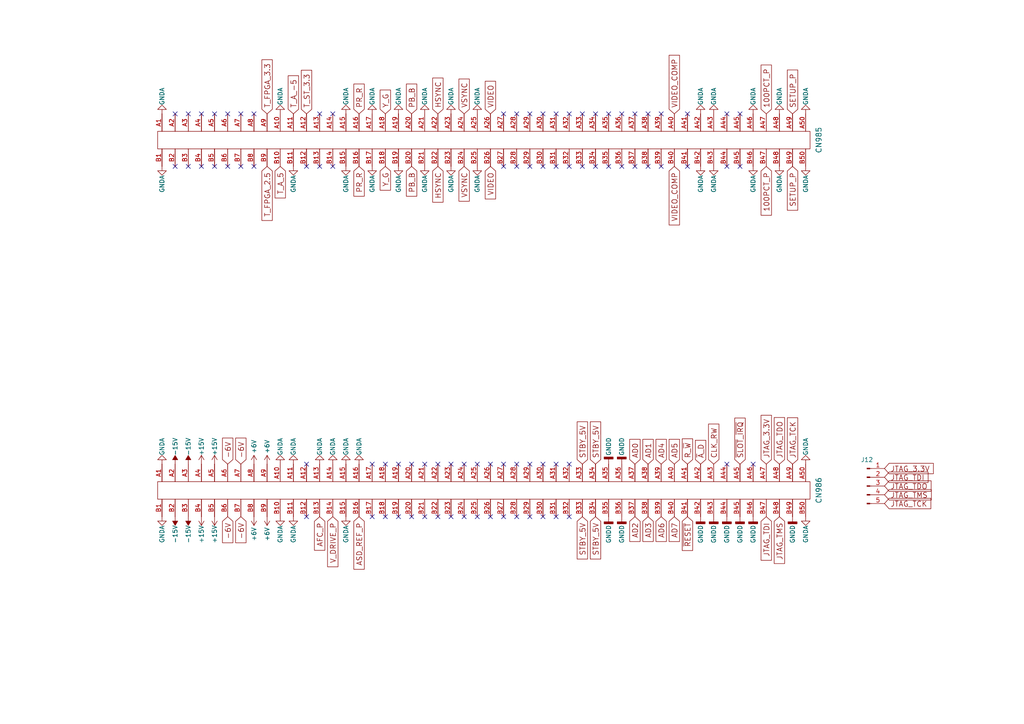
<source format=kicad_sch>
(kicad_sch (version 20211123) (generator eeschema)
  (paper "A4")
  (title_block (title "BKM-68X Alternative") (rev "F") (company "L33T TEK") (comment 1 "Martin Hejnfelt") (comment 2 "martin@hejnfelt.com") (comment 3 "www.immerhax.com"))
  (lib_symbols
    (symbol "bkm-68x-simple-rescue:Conn_01x05_Male" (pin_names (offset 1.016) hide)
      (property "Reference" "J" (at 0 7.62 0))
      (property "Value" "Conn_01x05_Male" (at 0 -7.62 0))
      (symbol "Conn_01x05_Male_1_1"
        (polyline (pts (xy 1.27 -5.08) (xy 0.8636 -5.08)) (stroke (width 0.1524)))
        (polyline (pts (xy 1.27 -2.54) (xy 0.8636 -2.54)) (stroke (width 0.1524)))
        (polyline (pts (xy 1.27 0) (xy 0.8636 0)) (stroke (width 0.1524)))
        (polyline (pts (xy 1.27 2.54) (xy 0.8636 2.54)) (stroke (width 0.1524)))
        (polyline (pts (xy 1.27 5.08) (xy 0.8636 5.08)) (stroke (width 0.1524)))
        (rectangle (start 0.8636 -4.953) (end 0 -5.207) (stroke (width 0.1524)) (fill (type outline)))
        (rectangle (start 0.8636 -2.413) (end 0 -2.667) (stroke (width 0.1524)) (fill (type outline)))
        (rectangle (start 0.8636 0.127) (end 0 -0.127) (stroke (width 0.1524)) (fill (type outline)))
        (rectangle (start 0.8636 2.667) (end 0 2.413) (stroke (width 0.1524)) (fill (type outline)))
        (rectangle (start 0.8636 5.207) (end 0 4.953) (stroke (width 0.1524)) (fill (type outline)))
        (pin passive line (at 5.08 5.08 180) (length 3.81) (name "Pin_1") (number "1"))
        (pin passive line (at 5.08 2.54 180) (length 3.81) (name "Pin_2") (number "2"))
        (pin passive line (at 5.08 0 180) (length 3.81) (name "Pin_3") (number "3"))
        (pin passive line (at 5.08 -2.54 180) (length 3.81) (name "Pin_4") (number "4"))
        (pin passive line (at 5.08 -5.08 180) (length 3.81) (name "Pin_5") (number "5"))
      )
    )
    (symbol "mezz-conn-02x50:mezz-conn-02x50" (pin_names (offset 1.016))
      (property "Reference" "J" (at 100.33 0 90))
      (property "Value" "mezz-conn-02x50" (at -93.98 0 90))
      (symbol "mezz-conn-02x50_0_1"
        (rectangle (start -91.44 2.54) (end 97.79 -2.54))
      )
      (symbol "mezz-conn-02x50_1_1"
        (pin bidirectional line (at -90.17 7.62 270) (length 5.08) (name "~") (number "A1"))
        (pin bidirectional line (at -55.88 7.62 270) (length 5.08) (name "~") (number "A10"))
        (pin bidirectional line (at -52.07 7.62 270) (length 5.08) (name "~") (number "A11"))
        (pin bidirectional line (at -48.26 7.62 270) (length 5.08) (name "~") (number "A12"))
        (pin bidirectional line (at -44.45 7.62 270) (length 5.08) (name "~") (number "A13"))
        (pin bidirectional line (at -40.64 7.62 270) (length 5.08) (name "~") (number "A14"))
        (pin bidirectional line (at -36.83 7.62 270) (length 5.08) (name "~") (number "A15"))
        (pin bidirectional line (at -33.02 7.62 270) (length 5.08) (name "~") (number "A16"))
        (pin bidirectional line (at -29.21 7.62 270) (length 5.08) (name "~") (number "A17"))
        (pin bidirectional line (at -25.4 7.62 270) (length 5.08) (name "~") (number "A18"))
        (pin bidirectional line (at -21.59 7.62 270) (length 5.08) (name "~") (number "A19"))
        (pin bidirectional line (at -86.36 7.62 270) (length 5.08) (name "~") (number "A2"))
        (pin bidirectional line (at -17.78 7.62 270) (length 5.08) (name "~") (number "A20"))
        (pin bidirectional line (at -13.97 7.62 270) (length 5.08) (name "~") (number "A21"))
        (pin bidirectional line (at -10.16 7.62 270) (length 5.08) (name "~") (number "A22"))
        (pin bidirectional line (at -6.35 7.62 270) (length 5.08) (name "~") (number "A23"))
        (pin bidirectional line (at -2.54 7.62 270) (length 5.08) (name "~") (number "A24"))
        (pin bidirectional line (at 1.27 7.62 270) (length 5.08) (name "~") (number "A25"))
        (pin bidirectional line (at 5.08 7.62 270) (length 5.08) (name "~") (number "A26"))
        (pin bidirectional line (at 8.89 7.62 270) (length 5.08) (name "~") (number "A27"))
        (pin bidirectional line (at 12.7 7.62 270) (length 5.08) (name "~") (number "A28"))
        (pin bidirectional line (at 16.51 7.62 270) (length 5.08) (name "~") (number "A29"))
        (pin bidirectional line (at -82.55 7.62 270) (length 5.08) (name "~") (number "A3"))
        (pin bidirectional line (at 20.32 7.62 270) (length 5.08) (name "~") (number "A30"))
        (pin bidirectional line (at 24.13 7.62 270) (length 5.08) (name "~") (number "A31"))
        (pin bidirectional line (at 27.94 7.62 270) (length 5.08) (name "~") (number "A32"))
        (pin bidirectional line (at 31.75 7.62 270) (length 5.08) (name "~") (number "A33"))
        (pin bidirectional line (at 35.56 7.62 270) (length 5.08) (name "~") (number "A34"))
        (pin bidirectional line (at 39.37 7.62 270) (length 5.08) (name "~") (number "A35"))
        (pin bidirectional line (at 43.18 7.62 270) (length 5.08) (name "~") (number "A36"))
        (pin bidirectional line (at 46.99 7.62 270) (length 5.08) (name "~") (number "A37"))
        (pin bidirectional line (at 50.8 7.62 270) (length 5.08) (name "~") (number "A38"))
        (pin bidirectional line (at 54.61 7.62 270) (length 5.08) (name "~") (number "A39"))
        (pin bidirectional line (at -78.74 7.62 270) (length 5.08) (name "~") (number "A4"))
        (pin bidirectional line (at 58.42 7.62 270) (length 5.08) (name "~") (number "A40"))
        (pin bidirectional line (at 62.23 7.62 270) (length 5.08) (name "~") (number "A41"))
        (pin bidirectional line (at 66.04 7.62 270) (length 5.08) (name "~") (number "A42"))
        (pin bidirectional line (at 69.85 7.62 270) (length 5.08) (name "~") (number "A43"))
        (pin bidirectional line (at 73.66 7.62 270) (length 5.08) (name "~") (number "A44"))
        (pin bidirectional line (at 77.47 7.62 270) (length 5.08) (name "~") (number "A45"))
        (pin bidirectional line (at 81.28 7.62 270) (length 5.08) (name "~") (number "A46"))
        (pin bidirectional line (at 85.09 7.62 270) (length 5.08) (name "~") (number "A47"))
        (pin bidirectional line (at 88.9 7.62 270) (length 5.08) (name "~") (number "A48"))
        (pin bidirectional line (at 92.71 7.62 270) (length 5.08) (name "~") (number "A49"))
        (pin bidirectional line (at -74.93 7.62 270) (length 5.08) (name "~") (number "A5"))
        (pin bidirectional line (at 96.52 7.62 270) (length 5.08) (name "~") (number "A50"))
        (pin bidirectional line (at -71.12 7.62 270) (length 5.08) (name "~") (number "A6"))
        (pin bidirectional line (at -67.31 7.62 270) (length 5.08) (name "~") (number "A7"))
        (pin bidirectional line (at -63.5 7.62 270) (length 5.08) (name "~") (number "A8"))
        (pin bidirectional line (at -59.69 7.62 270) (length 5.08) (name "~") (number "A9"))
        (pin bidirectional line (at -90.17 -7.62 90) (length 5.08) (name "~") (number "B1"))
        (pin bidirectional line (at -55.88 -7.62 90) (length 5.08) (name "~") (number "B10"))
        (pin bidirectional line (at -52.07 -7.62 90) (length 5.08) (name "~") (number "B11"))
        (pin bidirectional line (at -48.26 -7.62 90) (length 5.08) (name "~") (number "B12"))
        (pin bidirectional line (at -44.45 -7.62 90) (length 5.08) (name "~") (number "B13"))
        (pin bidirectional line (at -40.64 -7.62 90) (length 5.08) (name "~") (number "B14"))
        (pin bidirectional line (at -36.83 -7.62 90) (length 5.08) (name "~") (number "B15"))
        (pin bidirectional line (at -33.02 -7.62 90) (length 5.08) (name "~") (number "B16"))
        (pin bidirectional line (at -29.21 -7.62 90) (length 5.08) (name "~") (number "B17"))
        (pin bidirectional line (at -25.4 -7.62 90) (length 5.08) (name "~") (number "B18"))
        (pin bidirectional line (at -21.59 -7.62 90) (length 5.08) (name "~") (number "B19"))
        (pin bidirectional line (at -86.36 -7.62 90) (length 5.08) (name "~") (number "B2"))
        (pin bidirectional line (at -17.78 -7.62 90) (length 5.08) (name "~") (number "B20"))
        (pin bidirectional line (at -13.97 -7.62 90) (length 5.08) (name "~") (number "B21"))
        (pin bidirectional line (at -10.16 -7.62 90) (length 5.08) (name "~") (number "B22"))
        (pin bidirectional line (at -6.35 -7.62 90) (length 5.08) (name "~") (number "B23"))
        (pin bidirectional line (at -2.54 -7.62 90) (length 5.08) (name "~") (number "B24"))
        (pin bidirectional line (at 1.27 -7.62 90) (length 5.08) (name "~") (number "B25"))
        (pin bidirectional line (at 5.08 -7.62 90) (length 5.08) (name "~") (number "B26"))
        (pin bidirectional line (at 8.89 -7.62 90) (length 5.08) (name "~") (number "B27"))
        (pin bidirectional line (at 12.7 -7.62 90) (length 5.08) (name "~") (number "B28"))
        (pin bidirectional line (at 16.51 -7.62 90) (length 5.08) (name "~") (number "B29"))
        (pin bidirectional line (at -82.55 -7.62 90) (length 5.08) (name "~") (number "B3"))
        (pin bidirectional line (at 20.32 -7.62 90) (length 5.08) (name "~") (number "B30"))
        (pin bidirectional line (at 24.13 -7.62 90) (length 5.08) (name "~") (number "B31"))
        (pin bidirectional line (at 27.94 -7.62 90) (length 5.08) (name "~") (number "B32"))
        (pin bidirectional line (at 31.75 -7.62 90) (length 5.08) (name "~") (number "B33"))
        (pin bidirectional line (at 35.56 -7.62 90) (length 5.08) (name "~") (number "B34"))
        (pin bidirectional line (at 39.37 -7.62 90) (length 5.08) (name "~") (number "B35"))
        (pin bidirectional line (at 43.18 -7.62 90) (length 5.08) (name "~") (number "B36"))
        (pin bidirectional line (at 46.99 -7.62 90) (length 5.08) (name "~") (number "B37"))
        (pin bidirectional line (at 50.8 -7.62 90) (length 5.08) (name "~") (number "B38"))
        (pin bidirectional line (at 54.61 -7.62 90) (length 5.08) (name "~") (number "B39"))
        (pin bidirectional line (at -78.74 -7.62 90) (length 5.08) (name "~") (number "B4"))
        (pin bidirectional line (at 58.42 -7.62 90) (length 5.08) (name "~") (number "B40"))
        (pin bidirectional line (at 62.23 -7.62 90) (length 5.08) (name "~") (number "B41"))
        (pin bidirectional line (at 66.04 -7.62 90) (length 5.08) (name "~") (number "B42"))
        (pin bidirectional line (at 69.85 -7.62 90) (length 5.08) (name "~") (number "B43"))
        (pin bidirectional line (at 73.66 -7.62 90) (length 5.08) (name "~") (number "B44"))
        (pin bidirectional line (at 77.47 -7.62 90) (length 5.08) (name "~") (number "B45"))
        (pin bidirectional line (at 81.28 -7.62 90) (length 5.08) (name "~") (number "B46"))
        (pin bidirectional line (at 85.09 -7.62 90) (length 5.08) (name "~") (number "B47"))
        (pin bidirectional line (at 88.9 -7.62 90) (length 5.08) (name "~") (number "B48"))
        (pin bidirectional line (at 92.71 -7.62 90) (length 5.08) (name "~") (number "B49"))
        (pin bidirectional line (at -74.93 -7.62 90) (length 5.08) (name "~") (number "B5"))
        (pin bidirectional line (at 96.52 -7.62 90) (length 5.08) (name "~") (number "B50"))
        (pin bidirectional line (at -71.12 -7.62 90) (length 5.08) (name "~") (number "B6"))
        (pin bidirectional line (at -67.31 -7.62 90) (length 5.08) (name "~") (number "B7"))
        (pin bidirectional line (at -63.5 -7.62 90) (length 5.08) (name "~") (number "B8"))
        (pin bidirectional line (at -59.69 -7.62 90) (length 5.08) (name "~") (number "B9"))
      )
    )
    (symbol "power:+15V" (power) (pin_names (offset 0))
      (property "Value" "+15V" (at 0 3.556 0))
      (symbol "+15V_0_1"
        (polyline (pts (xy -0.762 1.27) (xy 0 2.54)))
        (polyline (pts (xy 0 0) (xy 0 2.54)))
        (polyline (pts (xy 0 2.54) (xy 0.762 1.27)))
      )
      (symbol "+15V_1_1"
        (pin power_in line (at 0 0 90) (length 0) hide (name "+15V") (number "1"))
      )
    )
    (symbol "power:+6V" (power) (pin_names (offset 0))
      (property "Value" "+6V" (at 0 3.556 0))
      (symbol "+6V_0_1"
        (polyline (pts (xy -0.762 1.27) (xy 0 2.54)))
        (polyline (pts (xy 0 0) (xy 0 2.54)))
        (polyline (pts (xy 0 2.54) (xy 0.762 1.27)))
      )
      (symbol "+6V_1_1"
        (pin power_in line (at 0 0 90) (length 0) hide (name "+6V") (number "1"))
      )
    )
    (symbol "power:-15V" (power) (pin_names (offset 0))
      (property "Value" "-15V" (at 0 3.81 0))
      (symbol "-15V_0_0"
        (pin power_in line (at 0 0 90) (length 0) hide (name "-15V") (number "1"))
      )
      (symbol "-15V_0_1"
        (polyline (pts (xy 0 0) (xy 0 1.27) (xy 0.762 1.27) (xy 0 2.54) (xy -0.762 1.27) (xy 0 1.27)) (fill (type outline)))
      )
    )
    (symbol "power:GNDA" (power) (pin_names (offset 0))
      (property "Value" "GNDA" (at 0 -3.81 0))
      (symbol "GNDA_0_1"
        (polyline (pts (xy 0 0) (xy 0 -1.27) (xy 1.27 -1.27) (xy 0 -2.54) (xy -1.27 -1.27) (xy 0 -1.27)))
      )
      (symbol "GNDA_1_1"
        (pin power_in line (at 0 0 270) (length 0) hide (name "GNDA") (number "1"))
      )
    )
    (symbol "power:GNDD" (power) (pin_names (offset 0))
      (property "Value" "GNDD" (at 0 -3.175 0))
      (symbol "GNDD_0_1"
        (rectangle (start -1.27 -1.524) (end 1.27 -2.032) (stroke (width 0.254)) (fill (type outline)))
        (polyline (pts (xy 0 0) (xy 0 -1.524)))
      )
      (symbol "GNDD_1_1"
        (pin power_in line (at 0 0 270) (length 0) hide (name "GNDD") (number "1"))
      )
    )
  )
  (no_connect (at 111.76 149.86))
  (no_connect (at 88.9 134.62))
  (no_connect (at 157.48 33.02))
  (no_connect (at 92.71 48.26))
  (no_connect (at 149.86 134.62))
  (no_connect (at 69.85 48.26))
  (no_connect (at 62.23 48.26))
  (no_connect (at 58.42 33.02))
  (no_connect (at 218.44 134.62))
  (no_connect (at 161.29 134.62))
  (no_connect (at 180.34 48.26))
  (no_connect (at 214.63 33.02))
  (no_connect (at 142.24 149.86))
  (no_connect (at 172.72 33.02))
  (no_connect (at 210.82 33.02))
  (no_connect (at 199.39 48.26))
  (no_connect (at 180.34 33.02))
  (no_connect (at 66.04 33.02))
  (no_connect (at 134.62 149.86))
  (no_connect (at 123.19 134.62))
  (no_connect (at 199.39 33.02))
  (no_connect (at 149.86 33.02))
  (no_connect (at 54.61 48.26))
  (no_connect (at 88.9 48.26))
  (no_connect (at 157.48 48.26))
  (no_connect (at 210.82 48.26))
  (no_connect (at 172.72 48.26))
  (no_connect (at 54.61 33.02))
  (no_connect (at 184.15 48.26))
  (no_connect (at 115.57 149.86))
  (no_connect (at 165.1 33.02))
  (no_connect (at 157.48 134.62))
  (no_connect (at 138.43 149.86))
  (no_connect (at 165.1 48.26))
  (no_connect (at 165.1 134.62))
  (no_connect (at 161.29 33.02))
  (no_connect (at 96.52 48.26))
  (no_connect (at 187.96 48.26))
  (no_connect (at 153.67 149.86))
  (no_connect (at 138.43 134.62))
  (no_connect (at 107.95 149.86))
  (no_connect (at 187.96 33.02))
  (no_connect (at 123.19 149.86))
  (no_connect (at 191.77 48.26))
  (no_connect (at 62.23 33.02))
  (no_connect (at 111.76 134.62))
  (no_connect (at 176.53 48.26))
  (no_connect (at 92.71 33.02))
  (no_connect (at 50.8 33.02))
  (no_connect (at 50.8 48.26))
  (no_connect (at 153.67 134.62))
  (no_connect (at 146.05 33.02))
  (no_connect (at 142.24 134.62))
  (no_connect (at 153.67 48.26))
  (no_connect (at 153.67 33.02))
  (no_connect (at 96.52 33.02))
  (no_connect (at 176.53 33.02))
  (no_connect (at 73.66 48.26))
  (no_connect (at 134.62 134.62))
  (no_connect (at 149.86 48.26))
  (no_connect (at 146.05 149.86))
  (no_connect (at 168.91 48.26))
  (no_connect (at 146.05 134.62))
  (no_connect (at 69.85 33.02))
  (no_connect (at 210.82 134.62))
  (no_connect (at 127 149.86))
  (no_connect (at 119.38 134.62))
  (no_connect (at 119.38 149.86))
  (no_connect (at 88.9 149.86))
  (no_connect (at 73.66 33.02))
  (no_connect (at 184.15 33.02))
  (no_connect (at 214.63 48.26))
  (no_connect (at 165.1 149.86))
  (no_connect (at 191.77 33.02))
  (no_connect (at 149.86 149.86))
  (no_connect (at 130.81 134.62))
  (no_connect (at 58.42 48.26))
  (no_connect (at 66.04 48.26))
  (no_connect (at 168.91 33.02))
  (no_connect (at 157.48 149.86))
  (no_connect (at 107.95 134.62))
  (no_connect (at 146.05 48.26))
  (no_connect (at 127 134.62))
  (no_connect (at 115.57 134.62))
  (no_connect (at 130.81 149.86))
  (no_connect (at 161.29 149.86))
  (no_connect (at 161.29 48.26))
  (global_label "VIDEO_COMP" (shape input) (at 195.58 48.26 270) (effects (font (size 1.524 1.524))) (property "Intersheet References" "${INTERSHEET_REFS}" (effects hide)))
  (global_label "VIDEO" (shape input) (at 142.24 48.26 270) (effects (font (size 1.524 1.524))) (property "Intersheet References" "${INTERSHEET_REFS}" (effects hide)))
  (global_label "STBY_5V" (shape input) (at 168.91 134.62 90) (effects (font (size 1.524 1.524))) (property "Intersheet References" "${INTERSHEET_REFS}" (effects hide)))
  (global_label "Y_G" (shape input) (at 111.76 33.02 90) (effects (font (size 1.524 1.524))) (property "Intersheet References" "${INTERSHEET_REFS}" (effects hide)))
  (global_label "~{SLOT}_~{IRQ}" (shape input) (at 214.63 134.62 90) (effects (font (size 1.524 1.524))) (property "Intersheet References" "${INTERSHEET_REFS}" (effects hide)))
  (global_label "~{RESET}" (shape input) (at 199.39 149.86 270) (effects (font (size 1.524 1.524))) (property "Intersheet References" "${INTERSHEET_REFS}" (effects hide)))
  (global_label "HSYNC" (shape input) (at 127 33.02 90) (effects (font (size 1.524 1.524))) (property "Intersheet References" "${INTERSHEET_REFS}" (effects hide)))
  (global_label "-6V" (shape input) (at 69.85 134.62 90) (effects (font (size 1.524 1.524))) (property "Intersheet References" "${INTERSHEET_REFS}" (effects hide)))
  (global_label "STBY_5V" (shape input) (at 172.72 149.86 270) (effects (font (size 1.524 1.524))) (property "Intersheet References" "${INTERSHEET_REFS}" (effects hide)))
  (global_label "SETUP_P" (shape input) (at 229.87 48.26 270) (effects (font (size 1.524 1.524))) (property "Intersheet References" "${INTERSHEET_REFS}" (effects hide)))
  (global_label "T_A_5" (shape input) (at 81.28 48.26 270) (effects (font (size 1.524 1.524))) (property "Intersheet References" "${INTERSHEET_REFS}" (effects hide)))
  (global_label "T_FPGA_3.3" (shape input) (at 77.47 33.02 90) (effects (font (size 1.524 1.524))) (property "Intersheet References" "${INTERSHEET_REFS}" (effects hide)))
  (global_label "Y_G" (shape input) (at 111.76 48.26 270) (effects (font (size 1.524 1.524))) (property "Intersheet References" "${INTERSHEET_REFS}" (effects hide)))
  (global_label "JTAG_TCK" (shape input) (at 229.87 134.62 90) (effects (font (size 1.524 1.524))) (property "Intersheet References" "${INTERSHEET_REFS}" (effects hide)))
  (global_label "AD0" (shape input) (at 184.15 134.62 90) (effects (font (size 1.524 1.524))) (property "Intersheet References" "${INTERSHEET_REFS}" (effects hide)))
  (global_label "PB_B" (shape input) (at 119.38 33.02 90) (effects (font (size 1.524 1.524))) (property "Intersheet References" "${INTERSHEET_REFS}" (effects hide)))
  (global_label "PR_R" (shape input) (at 104.14 48.26 270) (effects (font (size 1.524 1.524))) (property "Intersheet References" "${INTERSHEET_REFS}" (effects hide)))
  (global_label "ASD_REF_P" (shape input) (at 104.14 149.86 270) (effects (font (size 1.524 1.524))) (property "Intersheet References" "${INTERSHEET_REFS}" (effects hide)))
  (global_label "STBY_5V" (shape input) (at 172.72 134.62 90) (effects (font (size 1.524 1.524))) (property "Intersheet References" "${INTERSHEET_REFS}" (effects hide)))
  (global_label "AFC_P" (shape input) (at 92.71 149.86 270) (effects (font (size 1.524 1.524))) (property "Intersheet References" "${INTERSHEET_REFS}" (effects hide)))
  (global_label "SETUP_P" (shape input) (at 229.87 33.02 90) (effects (font (size 1.524 1.524))) (property "Intersheet References" "${INTERSHEET_REFS}" (effects hide)))
  (global_label "JTAG_TCK" (shape input) (at 256.54 146.05 0) (effects (font (size 1.524 1.524))) (property "Intersheet References" "${INTERSHEET_REFS}" (effects hide)))
  (global_label "T_ST_3.3" (shape input) (at 88.9 33.02 90) (effects (font (size 1.524 1.524))) (property "Intersheet References" "${INTERSHEET_REFS}" (effects hide)))
  (global_label "-6V" (shape input) (at 69.85 149.86 270) (effects (font (size 1.524 1.524))) (property "Intersheet References" "${INTERSHEET_REFS}" (effects hide)))
  (global_label "AD5" (shape input) (at 195.58 134.62 90) (effects (font (size 1.524 1.524))) (property "Intersheet References" "${INTERSHEET_REFS}" (effects hide)))
  (global_label "AD4" (shape input) (at 191.77 134.62 90) (effects (font (size 1.524 1.524))) (property "Intersheet References" "${INTERSHEET_REFS}" (effects hide)))
  (global_label "JTAG_TDI" (shape input) (at 256.54 138.43 0) (effects (font (size 1.524 1.524))) (property "Intersheet References" "${INTERSHEET_REFS}" (effects hide)))
  (global_label "PR_R" (shape input) (at 104.14 33.02 90) (effects (font (size 1.524 1.524))) (property "Intersheet References" "${INTERSHEET_REFS}" (effects hide)))
  (global_label "VSYNC" (shape input) (at 134.62 48.26 270) (effects (font (size 1.524 1.524))) (property "Intersheet References" "${INTERSHEET_REFS}" (effects hide)))
  (global_label "V_DRIVE_P" (shape input) (at 96.52 149.86 270) (effects (font (size 1.524 1.524))) (property "Intersheet References" "${INTERSHEET_REFS}" (effects hide)))
  (global_label "STBY_5V" (shape input) (at 168.91 149.86 270) (effects (font (size 1.524 1.524))) (property "Intersheet References" "${INTERSHEET_REFS}" (effects hide)))
  (global_label "100PCT_P" (shape input) (at 222.25 48.26 270) (effects (font (size 1.524 1.524))) (property "Intersheet References" "${INTERSHEET_REFS}" (effects hide)))
  (global_label "JTAG_TDO" (shape input) (at 256.54 140.97 0) (effects (font (size 1.524 1.524))) (property "Intersheet References" "${INTERSHEET_REFS}" (effects hide)))
  (global_label "VIDEO" (shape input) (at 142.24 33.02 90) (effects (font (size 1.524 1.524))) (property "Intersheet References" "${INTERSHEET_REFS}" (effects hide)))
  (global_label "T_A_-5" (shape input) (at 85.09 33.02 90) (effects (font (size 1.524 1.524))) (property "Intersheet References" "${INTERSHEET_REFS}" (effects hide)))
  (global_label "AD2" (shape input) (at 184.15 149.86 270) (effects (font (size 1.524 1.524))) (property "Intersheet References" "${INTERSHEET_REFS}" (effects hide)))
  (global_label "-6V" (shape input) (at 66.04 149.86 270) (effects (font (size 1.524 1.524))) (property "Intersheet References" "${INTERSHEET_REFS}" (effects hide)))
  (global_label "JTAG_TDI" (shape input) (at 222.25 149.86 270) (effects (font (size 1.524 1.524))) (property "Intersheet References" "${INTERSHEET_REFS}" (effects hide)))
  (global_label "VIDEO_COMP" (shape input) (at 195.58 33.02 90) (effects (font (size 1.524 1.524))) (property "Intersheet References" "${INTERSHEET_REFS}" (effects hide)))
  (global_label "CLK_RW" (shape input) (at 207.01 134.62 90) (effects (font (size 1.524 1.524))) (property "Intersheet References" "${INTERSHEET_REFS}" (effects hide)))
  (global_label "-6V" (shape input) (at 66.04 134.62 90) (effects (font (size 1.524 1.524))) (property "Intersheet References" "${INTERSHEET_REFS}" (effects hide)))
  (global_label "PB_B" (shape input) (at 119.38 48.26 270) (effects (font (size 1.524 1.524))) (property "Intersheet References" "${INTERSHEET_REFS}" (effects hide)))
  (global_label "AD3" (shape input) (at 187.96 149.86 270) (effects (font (size 1.524 1.524))) (property "Intersheet References" "${INTERSHEET_REFS}" (effects hide)))
  (global_label "AD7" (shape input) (at 195.58 149.86 270) (effects (font (size 1.524 1.524))) (property "Intersheet References" "${INTERSHEET_REFS}" (effects hide)))
  (global_label "HSYNC" (shape input) (at 127 48.26 270) (effects (font (size 1.524 1.524))) (property "Intersheet References" "${INTERSHEET_REFS}" (effects hide)))
  (global_label "R_~{W}" (shape input) (at 199.39 134.62 90) (effects (font (size 1.524 1.524))) (property "Intersheet References" "${INTERSHEET_REFS}" (effects hide)))
  (global_label "AD1" (shape input) (at 187.96 134.62 90) (effects (font (size 1.524 1.524))) (property "Intersheet References" "${INTERSHEET_REFS}" (effects hide)))
  (global_label "JTAG_TMS" (shape input) (at 226.06 149.86 270) (effects (font (size 1.524 1.524))) (property "Intersheet References" "${INTERSHEET_REFS}" (effects hide)))
  (global_label "JTAG_3.3V" (shape input) (at 256.54 135.89 0) (effects (font (size 1.524 1.524))) (property "Intersheet References" "${INTERSHEET_REFS}" (effects hide)))
  (global_label "~{A}_D" (shape input) (at 203.2 134.62 90) (effects (font (size 1.524 1.524))) (property "Intersheet References" "${INTERSHEET_REFS}" (effects hide)))
  (global_label "100PCT_P" (shape input) (at 222.25 33.02 90) (effects (font (size 1.524 1.524))) (property "Intersheet References" "${INTERSHEET_REFS}" (effects hide)))
  (global_label "JTAG_3.3V" (shape input) (at 222.25 134.62 90) (effects (font (size 1.524 1.524))) (property "Intersheet References" "${INTERSHEET_REFS}" (effects hide)))
  (global_label "T_FPGA_2.5" (shape input) (at 77.47 48.26 270) (effects (font (size 1.524 1.524))) (property "Intersheet References" "${INTERSHEET_REFS}" (effects hide)))
  (global_label "JTAG_TDO" (shape input) (at 226.06 134.62 90) (effects (font (size 1.524 1.524))) (property "Intersheet References" "${INTERSHEET_REFS}" (effects hide)))
  (global_label "JTAG_TMS" (shape input) (at 256.54 143.51 0) (effects (font (size 1.524 1.524))) (property "Intersheet References" "${INTERSHEET_REFS}" (effects hide)))
  (global_label "AD6" (shape input) (at 191.77 149.86 270) (effects (font (size 1.524 1.524))) (property "Intersheet References" "${INTERSHEET_REFS}" (effects hide)))
  (global_label "VSYNC" (shape input) (at 134.62 33.02 90) (effects (font (size 1.524 1.524))) (property "Intersheet References" "${INTERSHEET_REFS}" (effects hide)))
  (symbol (lib_id "mezz-conn-02x50:mezz-conn-02x50") (at 137.16 40.64 0) (unit 1)
    (property "Reference" "CN985" (at 237.49 40.64 90) (effects (font (size 1.524 1.524))))
  )
  (symbol (lib_id "mezz-conn-02x50:mezz-conn-02x50") (at 137.16 142.24 0) (unit 1)
    (property "Reference" "CN986" (at 237.49 142.24 90) (effects (font (size 1.524 1.524))))
  )
  (symbol (lib_id "power:GNDA") (at 107.95 33.02 180) (unit 1)
    (property "Reference" "#PWR036" (effects hide))
  )
  (symbol (lib_id "power:GNDA") (at 100.33 33.02 180) (unit 1)
    (property "Reference" "#PWR037" (effects hide))
  )
  (symbol (lib_id "power:GNDA") (at 100.33 48.26 0) (unit 1)
    (property "Reference" "#PWR038" (effects hide))
  )
  (symbol (lib_id "power:GNDA") (at 107.95 48.26 0) (unit 1)
    (property "Reference" "#PWR039" (effects hide))
  )
  (symbol (lib_id "power:GNDA") (at 115.57 48.26 0) (unit 1)
    (property "Reference" "#PWR040" (effects hide))
  )
  (symbol (lib_id "power:GNDA") (at 115.57 33.02 180) (unit 1)
    (property "Reference" "#PWR041" (effects hide))
  )
  (symbol (lib_id "power:GNDA") (at 123.19 48.26 0) (unit 1)
    (property "Reference" "#PWR042" (effects hide))
  )
  (symbol (lib_id "power:GNDA") (at 123.19 33.02 180) (unit 1)
    (property "Reference" "#PWR043" (effects hide))
  )
  (symbol (lib_id "power:GNDA") (at 130.81 48.26 0) (unit 1)
    (property "Reference" "#PWR044" (effects hide))
  )
  (symbol (lib_id "power:GNDA") (at 130.81 33.02 180) (unit 1)
    (property "Reference" "#PWR045" (effects hide))
  )
  (symbol (lib_id "power:GNDA") (at 138.43 33.02 180) (unit 1)
    (property "Reference" "#PWR046" (effects hide))
  )
  (symbol (lib_id "power:GNDA") (at 138.43 48.26 0) (unit 1)
    (property "Reference" "#PWR047" (effects hide))
  )
  (symbol (lib_id "power:GNDA") (at 203.2 48.26 0) (unit 1)
    (property "Reference" "#PWR048" (effects hide))
  )
  (symbol (lib_id "power:GNDA") (at 207.01 48.26 0) (unit 1)
    (property "Reference" "#PWR049" (effects hide))
  )
  (symbol (lib_id "power:GNDA") (at 203.2 33.02 180) (unit 1)
    (property "Reference" "#PWR050" (effects hide))
  )
  (symbol (lib_id "power:GNDA") (at 207.01 33.02 180) (unit 1)
    (property "Reference" "#PWR051" (effects hide))
  )
  (symbol (lib_id "power:GNDA") (at 218.44 33.02 180) (unit 1)
    (property "Reference" "#PWR052" (effects hide))
  )
  (symbol (lib_id "power:GNDA") (at 218.44 48.26 0) (unit 1)
    (property "Reference" "#PWR053" (effects hide))
  )
  (symbol (lib_id "power:GNDA") (at 226.06 33.02 180) (unit 1)
    (property "Reference" "#PWR054" (effects hide))
  )
  (symbol (lib_id "power:GNDA") (at 226.06 48.26 0) (unit 1)
    (property "Reference" "#PWR055" (effects hide))
  )
  (symbol (lib_id "power:GNDA") (at 233.68 33.02 180) (unit 1)
    (property "Reference" "#PWR056" (effects hide))
  )
  (symbol (lib_id "power:GNDA") (at 233.68 48.26 0) (unit 1)
    (property "Reference" "#PWR057" (effects hide))
  )
  (symbol (lib_id "power:GNDA") (at 46.99 149.86 0) (unit 1)
    (property "Reference" "#PWR060" (effects hide))
  )
  (symbol (lib_id "power:GNDA") (at 46.99 134.62 180) (unit 1)
    (property "Reference" "#PWR061" (effects hide))
  )
  (symbol (lib_id "power:+15V") (at 58.42 134.62 0) (unit 1)
    (property "Reference" "#PWR062" (effects hide))
  )
  (symbol (lib_id "power:+15V") (at 62.23 134.62 0) (unit 1)
    (property "Reference" "#PWR0131" (effects hide))
  )
  (symbol (lib_id "power:-15V") (at 50.8 134.62 0) (unit 1)
    (property "Reference" "#PWR063" (effects hide))
  )
  (symbol (lib_id "power:-15V") (at 54.61 134.62 0) (unit 1)
    (property "Reference" "#PWR0130" (effects hide))
  )
  (symbol (lib_id "power:-15V") (at 50.8 149.86 180) (unit 1)
    (property "Reference" "#PWR0129" (effects hide))
  )
  (symbol (lib_id "power:-15V") (at 54.61 149.86 180) (unit 1)
    (property "Reference" "#PWR0128" (effects hide))
  )
  (symbol (lib_id "power:+15V") (at 58.42 149.86 180) (unit 1)
    (property "Reference" "#PWR064" (effects hide))
  )
  (symbol (lib_id "power:+15V") (at 62.23 149.86 180) (unit 1)
    (property "Reference" "#PWR065" (effects hide))
  )
  (symbol (lib_id "power:+6V") (at 73.66 134.62 0) (unit 1)
    (property "Reference" "#PWR066" (effects hide))
  )
  (symbol (lib_id "power:+6V") (at 77.47 134.62 0) (unit 1)
    (property "Reference" "#PWR067" (effects hide))
  )
  (symbol (lib_id "power:+6V") (at 73.66 149.86 180) (unit 1)
    (property "Reference" "#PWR068" (effects hide))
  )
  (symbol (lib_id "power:+6V") (at 77.47 149.86 180) (unit 1)
    (property "Reference" "#PWR069" (effects hide))
  )
  (symbol (lib_id "power:GNDA") (at 81.28 134.62 180) (unit 1)
    (property "Reference" "#PWR070" (effects hide))
  )
  (symbol (lib_id "power:GNDA") (at 85.09 134.62 180) (unit 1)
    (property "Reference" "#PWR071" (effects hide))
  )
  (symbol (lib_id "power:GNDA") (at 81.28 149.86 0) (unit 1)
    (property "Reference" "#PWR072" (effects hide))
  )
  (symbol (lib_id "power:GNDA") (at 85.09 149.86 0) (unit 1)
    (property "Reference" "#PWR073" (effects hide))
  )
  (symbol (lib_id "power:GNDA") (at 92.71 134.62 180) (unit 1)
    (property "Reference" "#PWR074" (effects hide))
  )
  (symbol (lib_id "power:GNDA") (at 96.52 134.62 180) (unit 1)
    (property "Reference" "#PWR075" (effects hide))
  )
  (symbol (lib_id "power:GNDA") (at 100.33 134.62 180) (unit 1)
    (property "Reference" "#PWR076" (effects hide))
  )
  (symbol (lib_id "power:GNDA") (at 104.14 134.62 180) (unit 1)
    (property "Reference" "#PWR077" (effects hide))
  )
  (symbol (lib_id "power:GNDA") (at 100.33 149.86 0) (unit 1)
    (property "Reference" "#PWR078" (effects hide))
  )
  (symbol (lib_id "power:GNDD") (at 176.53 134.62 180) (unit 1)
    (property "Reference" "#PWR079" (effects hide))
  )
  (symbol (lib_id "power:GNDD") (at 180.34 134.62 180) (unit 1)
    (property "Reference" "#PWR080" (effects hide))
  )
  (symbol (lib_id "power:GNDD") (at 176.53 149.86 0) (unit 1)
    (property "Reference" "#PWR081" (effects hide))
  )
  (symbol (lib_id "power:GNDD") (at 180.34 149.86 0) (unit 1)
    (property "Reference" "#PWR082" (effects hide))
  )
  (symbol (lib_id "power:GNDD") (at 203.2 149.86 0) (unit 1)
    (property "Reference" "#PWR083" (effects hide))
  )
  (symbol (lib_id "power:GNDD") (at 207.01 149.86 0) (unit 1)
    (property "Reference" "#PWR084" (effects hide))
  )
  (symbol (lib_id "power:GNDD") (at 210.82 149.86 0) (unit 1)
    (property "Reference" "#PWR085" (effects hide))
  )
  (symbol (lib_id "power:GNDD") (at 214.63 149.86 0) (unit 1)
    (property "Reference" "#PWR086" (effects hide))
  )
  (symbol (lib_id "power:GNDD") (at 218.44 149.86 0) (unit 1)
    (property "Reference" "#PWR087" (effects hide))
  )
  (symbol (lib_id "power:GNDD") (at 229.87 149.86 0) (unit 1)
    (property "Reference" "#PWR088" (effects hide))
  )
  (symbol (lib_id "power:GNDA") (at 233.68 134.62 180) (unit 1)
    (property "Reference" "#PWR089" (effects hide))
  )
  (symbol (lib_id "power:GNDA") (at 233.68 149.86 0) (unit 1)
    (property "Reference" "#PWR090" (effects hide))
  )
  (symbol (lib_id "power:GNDA") (at 81.28 33.02 180) (unit 1)
    (property "Reference" "#PWR091" (effects hide))
  )
  (symbol (lib_id "power:GNDA") (at 85.09 48.26 0) (unit 1)
    (property "Reference" "#PWR092" (effects hide))
  )
  (symbol (lib_id "power:GNDA") (at 46.99 33.02 180) (unit 1)
    (property "Reference" "#PWR058" (effects hide))
  )
  (symbol (lib_id "power:GNDA") (at 46.99 48.26 0) (unit 1)
    (property "Reference" "#PWR059" (effects hide))
  )
  (symbol (lib_id "bkm-68x-simple-rescue:Conn_01x05_Male") (at 251.46 140.97 0) (unit 1)
    (property "Reference" "J12" (at 251.46 133.35 0))
  )
)
</source>
